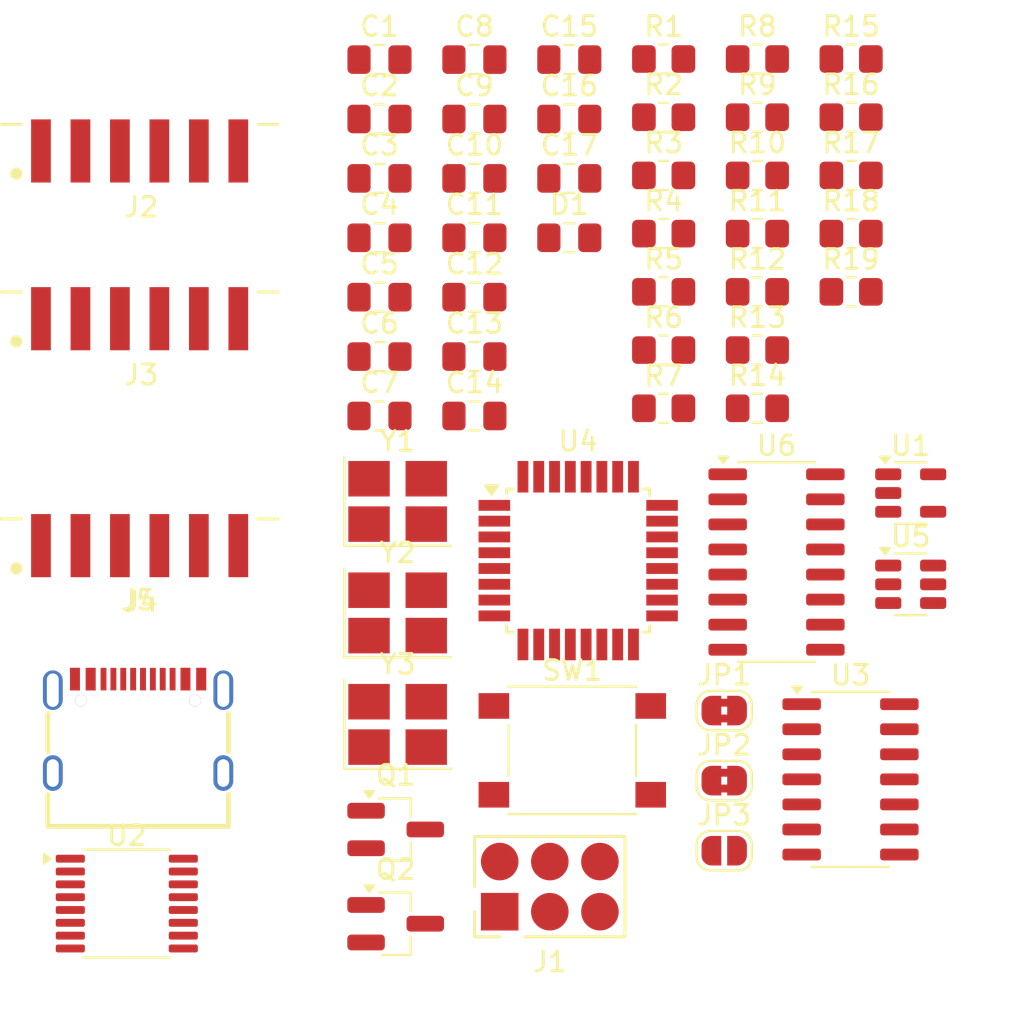
<source format=kicad_pcb>
(kicad_pcb (version 20240108) (generator "pcbnew") (generator_version "8.0")
  (layers (0 "F.Cu" signal) (31 "B.Cu" signal) (34 "B.Paste" user) (35 "F.Paste" user) (36 "B.SilkS" user "B.Silkscreen") (37 "F.SilkS" user "F.Silkscreen") (38 "B.Mask" user) (39 "F.Mask" user) (44 "Edge.Cuts" user))
  (net 0 "")
  (net 1 "+3V3")
  (net 2 "GND")
  (net 3 "+1V8")
  (net 4 "Net-(U4-XTAL1{slash}PB6)")
  (net 5 "Net-(U4-XTAL2{slash}PB7)")
  (net 6 "Net-(U6-XI)")
  (net 7 "Net-(U6-UD-)")
  (net 8 "Net-(U6-UD+)")
  (net 9 "Net-(U6-XO)")
  (net 10 "~{RST}")
  (net 11 "Net-(JP3-B)")
  (net 12 "Net-(D1-K)")
  (net 13 "/SCLK")
  (net 14 "/MOSI")
  (net 15 "/MISO")
  (net 17 "/~{PSX_PAL}")
  (net 18 "/PSX_CLK2")
  (net 19 "/PSX_CLK1")
  (net 20 "/A18")
  (net 21 "/SUBQ")
  (net 22 "/GATE")
  (net 23 "/D2")
  (net 24 "/DATA")
  (net 25 "/SQCK")
  (net 26 "/DTR")
  (net 27 "/RXD")
  (net 28 "/CTS")
  (net 29 "/DSR")
  (net 30 "/TXD")
  (net 31 "/RTS")
  (net 32 "Net-(J5-D+-PadA6)")
  (net 33 "Net-(J5-CC1)")
  (net 34 "Net-(J5-D--PadA7)")
  (net 35 "Net-(J5-CC2)")
  (net 36 "Net-(U5-VBUS)")
  (net 39 "ARX")
  (net 40 "ATX")
  (net 41 "Net-(JP3-A)")
  (net 42 "SDA")
  (net 43 "Net-(Q1-S)")
  (net 44 "SCL")
  (net 45 "Net-(Q2-S)")
  (net 46 "Net-(U4-PB2)")
  (net 47 "Net-(U2-SDA{slash}S1)")
  (net 48 "Net-(U2-SCL{slash}S2)")
  (net 49 "Net-(U2-S0)")
  (net 50 "Net-(U2-Y2)")
  (net 51 "Net-(U4-PB0)")
  (net 52 "Net-(U4-PD0)")
  (net 53 "Net-(U4-PB1)")
  (net 54 "Net-(U2-Y5)")
  (net 55 "Net-(R16-Pad1)")
  (net 56 "Net-(R17-Pad1)")
  (net 57 "Net-(U2-XIN{slash}CLK)")
  (net 62 "Net-(U2-XOUT)")
  (net 63 "Net-(U6-~{DSR})")
  (net 64 "Net-(U3-Pad10)")
  (net 65 "Net-(U6-~{DTR})")
  (net 66 "Net-(U6-~{RTS})")
  (net 67 "Net-(U6-~{CTS})")
  (footprint "Package_SO:SOIC-14_3.9x8.7mm_P1.27mm" (layer "F.Cu") (at 175.025 112.19)
    (property "Reference" "U3" (at 0 -5.28 0) (layer "F.SilkS"))
    (property "Value" "74HC04")
    (pad "1" smd roundrect (at -2.475 -3.81) (size 1.95 0.6) (layers "F.Cu" "F.Paste" "F.Mask") (net 31 "/RTS"))
    (pad "2" smd roundrect (at -2.475 -2.54) (size 1.95 0.6) (layers "F.Cu" "F.Paste" "F.Mask") (net 67 "Net-(U6-~{CTS})"))
    (pad "3" smd roundrect (at -2.475 -1.27) (size 1.95 0.6) (layers "F.Cu" "F.Paste" "F.Mask") (net 66 "Net-(U6-~{RTS})"))
    (pad "4" smd roundrect (at -2.475 0) (size 1.95 0.6) (layers "F.Cu" "F.Paste" "F.Mask") (net 28 "/CTS"))
    (pad "5" smd roundrect (at -2.475 1.27) (size 1.95 0.6) (layers "F.Cu" "F.Paste" "F.Mask") (net 26 "/DTR"))
    (pad "6" smd roundrect (at -2.475 2.54) (size 1.95 0.6) (layers "F.Cu" "F.Paste" "F.Mask") (net 63 "Net-(U6-~{DSR})"))
    (pad "7" smd roundrect (at -2.475 3.81) (size 1.95 0.6) (layers "F.Cu" "F.Paste" "F.Mask") (net 2 "GND"))
    (pad "8" smd roundrect (at 2.475 3.81) (size 1.95 0.6) (layers "F.Cu" "F.Paste" "F.Mask") (net 29 "/DSR"))
    (pad "9" smd roundrect (at 2.475 2.54) (size 1.95 0.6) (layers "F.Cu" "F.Paste" "F.Mask") (net 65 "Net-(U6-~{DTR})"))
    (pad "10" smd roundrect (at 2.475 1.27) (size 1.95 0.6) (layers "F.Cu" "F.Paste" "F.Mask") (net 64 "Net-(U3-Pad10)"))
    (pad "11" smd roundrect (at 2.475 0) (size 1.95 0.6) (layers "F.Cu" "F.Paste" "F.Mask") (net 65 "Net-(U6-~{DTR})"))
    (pad "12" smd roundrect (at 2.475 -1.27) (size 1.95 0.6) (layers "F.Cu" "F.Paste" "F.Mask") (net 41 "Net-(JP3-A)"))
    (pad "13" smd roundrect (at 2.475 -2.54) (size 1.95 0.6) (layers "F.Cu" "F.Paste" "F.Mask") (net 64 "Net-(U3-Pad10)"))
    (pad "14" smd roundrect (at 2.475 -3.81) (size 1.95 0.6) (layers "F.Cu" "F.Paste" "F.Mask") (net 1 "+3V3"))
  )
  (footprint "PSX_Mod:CONN-PH 1x06_P2.00mm_Horizontal" (layer "F.Cu") (at 134 87.245)
    (property "Reference" "J3" (at 5.08 4.445 0) (layer "F.SilkS"))
    (property "Value" "1x6P")
    (pad "1" connect rect (at 0 1.6) (size 1 3.2) (layers "F.Cu" "F.Mask") (net 24 "/DATA"))
    (pad "2" connect rect (at 2 1.6) (size 1 3.2) (layers "F.Cu" "F.Mask") (net 22 "/GATE"))
    (pad "3" connect rect (at 4 1.6) (size 1 3.2) (layers "F.Cu" "F.Mask") (net 25 "/SQCK"))
    (pad "4" connect rect (at 6 1.6) (size 1 3.2) (layers "F.Cu" "F.Mask") (net 21 "/SUBQ"))
    (pad "5" connect rect (at 8 1.6) (size 1 3.2) (layers "F.Cu" "F.Mask") (net 20 "/A18"))
    (pad "6" connect rect (at 10 1.6) (size 1 3.2) (layers "F.Cu" "F.Mask") (net 23 "/D2"))
  )
  (footprint "Crystal:Crystal_SMD_3225-4Pin_3.2x2.5mm_HandSoldering" (layer "F.Cu") (at 152.075 109.405)
    (property "Reference" "Y3" (at 0 -3.05 0) (layer "F.SilkS"))
    (property "Value" "12MHz")
    (pad "1" smd rect (at -1.45 1.15) (size 2.1 1.8) (layers "F.Cu" "F.Paste" "F.Mask") (net 6 "Net-(U6-XI)"))
    (pad "2" smd rect (at 1.45 1.15) (size 2.1 1.8) (layers "F.Cu" "F.Paste" "F.Mask") (net 2 "GND"))
    (pad "3" smd rect (at 1.45 -1.15) (size 2.1 1.8) (layers "F.Cu" "F.Paste" "F.Mask") (net 9 "Net-(U6-XO)"))
    (pad "4" smd rect (at -1.45 -1.15) (size 2.1 1.8) (layers "F.Cu" "F.Paste" "F.Mask") (net 2 "GND"))
  )
  (footprint "Button_Switch_SMD:SW_Push_1P1T_NO_6x6mm_H9.5mm" (layer "F.Cu") (at 160.925 110.72)
    (property "Reference" "SW1" (at 0 -4.05 0) (layer "F.SilkS"))
    (property "Value" "RESET")
    (pad "1" smd rect (at -3.975 -2.25) (size 1.55 1.3) (layers "F.Cu" "F.Paste" "F.Mask") (net 10 "~{RST}"))
    (pad "1" smd rect (at 3.975 -2.25) (size 1.55 1.3) (layers "F.Cu" "F.Paste" "F.Mask") (net 10 "~{RST}"))
    (pad "2" smd rect (at -3.975 2.25) (size 1.55 1.3) (layers "F.Cu" "F.Paste" "F.Mask") (net 2 "GND"))
    (pad "2" smd rect (at 3.975 2.25) (size 1.55 1.3) (layers "F.Cu" "F.Paste" "F.Mask") (net 2 "GND"))
  )
  (footprint "Capacitor_SMD:C_0805_2012Metric_Pad1.18x1.45mm_HandSolder" (layer "F.Cu") (at 151.155 75.715)
    (property "Reference" "C1" (at 0 -1.68 0) (layer "F.SilkS"))
    (property "Value" "100nF")
    (pad "1" smd roundrect (at -1.0375 0) (size 1.175 1.45) (layers "F.Cu" "F.Paste" "F.Mask") (roundrect_rratio 0.212766) (net 1 "+3V3"))
    (pad "2" smd roundrect (at 1.0375 0) (size 1.175 1.45) (layers "F.Cu" "F.Paste" "F.Mask") (roundrect_rratio 0.212766) (net 2 "GND"))
  )
  (footprint "Resistor_SMD:R_0805_2012Metric_Pad1.20x1.40mm_HandSolder" (layer "F.Cu") (at 165.555 93.385)
    (property "Reference" "R7" (at 0 -1.65 0) (layer "F.SilkS"))
    (property "Value" "100Ω")
    (pad "1" smd roundrect (at -1 0) (size 1.2 1.4) (layers "F.Cu" "F.Paste" "F.Mask") (roundrect_rratio 0.208333) (net 47 "Net-(U2-SDA{slash}S1)"))
    (pad "2" smd roundrect (at 1 0) (size 1.2 1.4) (layers "F.Cu" "F.Paste" "F.Mask") (roundrect_rratio 0.208333) (net 43 "Net-(Q1-S)"))
  )
  (footprint "Package_QFP:TQFP-32_7x7mm_P0.8mm" (layer "F.Cu") (at 161.225 101.105)
    (property "Reference" "U4" (at 0 -6.05 0) (layer "F.SilkS"))
    (property "Value" "ATmega328P-A")
    (pad "1" smd rect (at -4.25 -2.8) (size 1.6 0.55) (layers "F.Cu" "F.Paste" "F.Mask"))
    (pad "2" smd rect (at -4.25 -2) (size 1.6 0.55) (layers "F.Cu" "F.Paste" "F.Mask") (net 20 "/A18"))
    (pad "3" smd rect (at -4.25 -1.2) (size 1.6 0.55) (layers "F.Cu" "F.Paste" "F.Mask") (net 2 "GND"))
    (pad "4" smd rect (at -4.25 -0.4) (size 1.6 0.55) (layers "F.Cu" "F.Paste" "F.Mask") (net 1 "+3V3"))
    (pad "5" smd rect (at -4.25 0.4) (size 1.6 0.55) (layers "F.Cu" "F.Paste" "F.Mask") (net 2 "GND"))
    (pad "6" smd rect (at -4.25 1.2) (size 1.6 0.55) (layers "F.Cu" "F.Paste" "F.Mask") (net 1 "+3V3"))
    (pad "7" smd rect (at -4.25 2) (size 1.6 0.55) (layers "F.Cu" "F.Paste" "F.Mask") (net 4 "Net-(U4-XTAL1{slash}PB6)"))
    (pad "8" smd rect (at -4.25 2.8) (size 1.6 0.55) (layers "F.Cu" "F.Paste" "F.Mask") (net 5 "Net-(U4-XTAL2{slash}PB7)"))
    (pad "9" smd rect (at -2.8 4.25 90) (size 1.6 0.55) (layers "F.Cu" "F.Paste" "F.Mask") (net 23 "/D2"))
    (pad "10" smd rect (at -2 4.25 90) (size 1.6 0.55) (layers "F.Cu" "F.Paste" "F.Mask") (net 25 "/SQCK"))
    (pad "11" smd rect (at -1.2 4.25 90) (size 1.6 0.55) (layers "F.Cu" "F.Paste" "F.Mask") (net 21 "/SUBQ"))
    (pad "12" smd rect (at -0.4 4.25 90) (size 1.6 0.55) (layers "F.Cu" "F.Paste" "F.Mask") (net 51 "Net-(U4-PB0)"))
    (pad "13" smd rect (at 0.4 4.25 90) (size 1.6 0.55) (layers "F.Cu" "F.Paste" "F.Mask") (net 53 "Net-(U4-PB1)"))
    (pad "14" smd rect (at 1.2 4.25 90) (size 1.6 0.55) (layers "F.Cu" "F.Paste" "F.Mask") (net 46 "Net-(U4-PB2)"))
    (pad "15" smd rect (at 2 4.25 90) (size 1.6 0.55) (layers "F.Cu" "F.Paste" "F.Mask") (net 14 "/MOSI"))
    (pad "16" smd rect (at 2.8 4.25 90) (size 1.6 0.55) (layers "F.Cu" "F.Paste" "F.Mask") (net 15 "/MISO"))
    (pad "17" smd rect (at 4.25 2.8) (size 1.6 0.55) (layers "F.Cu" "F.Paste" "F.Mask") (net 13 "/SCLK"))
    (pad "18" smd rect (at 4.25 2) (size 1.6 0.55) (layers "F.Cu" "F.Paste" "F.Mask") (net 1 "+3V3"))
    (pad "19" smd rect (at 4.25 1.2) (size 1.6 0.55) (layers "F.Cu" "F.Paste" "F.Mask"))
    (pad "20" smd rect (at 4.25 0.4) (size 1.6 0.55) (layers "F.Cu" "F.Paste" "F.Mask") (net 1 "+3V3"))
    (pad "21" smd rect (at 4.25 -0.4) (size 1.6 0.55) (layers "F.Cu" "F.Paste" "F.Mask") (net 2 "GND"))
    (pad "22" smd rect (at 4.25 -1.2) (size 1.6 0.55) (layers "F.Cu" "F.Paste" "F.Mask"))
    (pad "23" smd rect (at 4.25 -2) (size 1.6 0.55) (layers "F.Cu" "F.Paste" "F.Mask"))
    (pad "24" smd rect (at 4.25 -2.8) (size 1.6 0.55) (layers "F.Cu" "F.Paste" "F.Mask"))
    (pad "25" smd rect (at 2.8 -4.25 90) (size 1.6 0.55) (layers "F.Cu" "F.Paste" "F.Mask"))
    (pad "26" smd rect (at 2 -4.25 90) (size 1.6 0.55) (layers "F.Cu" "F.Paste" "F.Mask"))
    (pad "27" smd rect (at 1.2 -4.25 90) (size 1.6 0.55) (layers "F.Cu" "F.Paste" "F.Mask") (net 42 "SDA"))
    (pad "28" smd rect (at 0.4 -4.25 90) (size 1.6 0.55) (layers "F.Cu" "F.Paste" "F.Mask") (net 44 "SCL"))
    (pad "29" smd rect (at -0.4 -4.25 90) (size 1.6 0.55) (layers "F.Cu" "F.Paste" "F.Mask") (net 10 "~{RST}"))
    (pad "30" smd rect (at -1.2 -4.25 90) (size 1.6 0.55) (layers "F.Cu" "F.Paste" "F.Mask") (net 52 "Net-(U4-PD0)"))
    (pad "31" smd rect (at -2 -4.25 90) (size 1.6 0.55) (layers "F.Cu" "F.Paste" "F.Mask") (net 40 "ATX"))
    (pad "32" smd rect (at -2.8 -4.25 90) (size 1.6 0.55) (layers "F.Cu" "F.Paste" "F.Mask"))
  )
  (footprint "Resistor_SMD:R_0805_2012Metric_Pad1.20x1.40mm_HandSolder" (layer "F.Cu") (at 165.555 84.535)
    (property "Reference" "R4" (at 0 -1.65 0) (layer "F.SilkS"))
    (property "Value" "10kΩ")
    (pad "1" smd roundrect (at -1 0) (size 1.2 1.4) (layers "F.Cu" "F.Paste" "F.Mask") (roundrect_rratio 0.208333) (net 3 "+1V8"))
    (pad "2" smd roundrect (at 1 0) (size 1.2 1.4) (layers "F.Cu" "F.Paste" "F.Mask") (roundrect_rratio 0.208333) (net 45 "Net-(Q2-S)"))
  )
  (footprint "Capacitor_SMD:C_0805_2012Metric_Pad1.18x1.45mm_HandSolder" (layer "F.Cu") (at 155.965 84.745)
    (property "Reference" "C11" (at 0 -1.68 0) (layer "F.SilkS"))
    (property "Value" "100nF")
    (pad "1" smd roundrect (at -1.0375 0) (size 1.175 1.45) (layers "F.Cu" "F.Paste" "F.Mask") (roundrect_rratio 0.212766) (net 1 "+3V3"))
    (pad "2" smd roundrect (at 1.0375 0) (size 1.175 1.45) (layers "F.Cu" "F.Paste" "F.Mask") (roundrect_rratio 0.212766) (net 2 "GND"))
  )
  (footprint "Package_TO_SOT_SMD:SOT-23_Handsoldering" (layer "F.Cu") (at 151.975 114.73)
    (property "Reference" "Q1" (at 0 -2.75 0) (layer "F.SilkS"))
    (property "Value" "SI2302")
    (pad "1" smd roundrect (at -1.5 -0.95) (size 1.9 0.8) (layers "F.Cu" "F.Paste" "F.Mask") (net 1 "+3V3"))
    (pad "2" smd roundrect (at -1.5 0.95) (size 1.9 0.8) (layers "F.Cu" "F.Paste" "F.Mask") (net 43 "Net-(Q1-S)"))
    (pad "3" smd roundrect (at 1.5 0) (size 1.9 0.8) (layers "F.Cu" "F.Paste" "F.Mask") (net 42 "SDA"))
  )
  (footprint "Resistor_SMD:R_0805_2012Metric_Pad1.20x1.40mm_HandSolder" (layer "F.Cu") (at 175.055 78.635)
    (property "Reference" "R16" (at 0 -1.65 0) (layer "F.SilkS"))
    (property "Value" "10Ω")
    (pad "1" smd roundrect (at -1 0) (size 1.2 1.4) (layers "F.Cu" "F.Paste" "F.Mask") (roundrect_rratio 0.208333) (net 55 "Net-(R16-Pad1)"))
    (pad "2" smd roundrect (at 1 0) (size 1.2 1.4) (layers "F.Cu" "F.Paste" "F.Mask") (roundrect_rratio 0.208333) (net 8 "Net-(U6-UD+)"))
  )
  (footprint "Package_SO:SOIC-16_3.9x9.9mm_P1.27mm" (layer "F.Cu") (at 171.275 101.175)
    (property "Reference" "U6" (at 0 -5.9 0) (layer "F.SilkS"))
    (property "Value" "CH340G")
    (pad "1" smd roundrect (at -2.475 -4.445) (size 1.95 0.6) (layers "F.Cu" "F.Paste" "F.Mask") (net 2 "GND"))
    (pad "2" smd roundrect (at -2.475 -3.175) (size 1.95 0.6) (layers "F.Cu" "F.Paste" "F.Mask") (net 27 "/RXD"))
    (pad "3" smd roundrect (at -2.475 -1.905) (size 1.95 0.6) (layers "F.Cu" "F.Paste" "F.Mask") (net 30 "/TXD"))
    (pad "4" smd roundrect (at -2.475 -0.635) (size 1.95 0.6) (layers "F.Cu" "F.Paste" "F.Mask") (net 1 "+3V3"))
    (pad "5" smd roundrect (at -2.475 0.635) (size 1.95 0.6) (layers "F.Cu" "F.Paste" "F.Mask") (net 8 "Net-(U6-UD+)"))
    (pad "6" smd roundrect (at -2.475 1.905) (size 1.95 0.6) (layers "F.Cu" "F.Paste" "F.Mask") (net 7 "Net-(U6-UD-)"))
    (pad "7" smd roundrect (at -2.475 3.175) (size 1.95 0.6) (layers "F.Cu" "F.Paste" "F.Mask") (net 6 "Net-(U6-XI)"))
    (pad "8" smd roundrect (at -2.475 4.445) (size 1.95 0.6) (layers "F.Cu" "F.Paste" "F.Mask") (net 9 "Net-(U6-XO)"))
    (pad "9" smd roundrect (at 2.475 4.445) (size 1.95 0.6) (layers "F.Cu" "F.Paste" "F.Mask") (net 67 "Net-(U6-~{CTS})"))
    (pad "10" smd roundrect (at 2.475 3.175) (size 1.95 0.6) (layers "F.Cu" "F.Paste" "F.Mask") (net 63 "Net-(U6-~{DSR})"))
    (pad "11" smd roundrect (at 2.475 1.905) (size 1.95 0.6) (layers "F.Cu" "F.Paste" "F.Mask"))
    (pad "12" smd roundrect (at 2.475 0.635) (size 1.95 0.6) (layers "F.Cu" "F.Paste" "F.Mask"))
    (pad "13" smd roundrect (at 2.475 -0.635) (size 1.95 0.6) (layers "F.Cu" "F.Paste" "F.Mask") (net 65 "Net-(U6-~{DTR})"))
    (pad "14" smd roundrect (at 2.475 -1.905) (size 1.95 0.6) (layers "F.Cu" "F.Paste" "F.Mask") (net 66 "Net-(U6-~{RTS})"))
    (pad "15" smd roundrect (at 2.475 -3.175) (size 1.95 0.6) (layers "F.Cu" "F.Paste" "F.Mask"))
    (pad "16" smd roundrect (at 2.475 -4.445) (size 1.95 0.6) (layers "F.Cu" "F.Paste" "F.Mask") (net 1 "+3V3"))
  )
  (footprint "Package_TO_SOT_SMD:SOT-23-5" (layer "F.Cu") (at 178.075 97.68)
    (property "Reference" "U1" (at 0 -2.4 0) (layer "F.SilkS"))
    (property "Value" "TPS78318DDCT")
    (pad "1" smd roundrect (at -1.1375 -0.95) (size 1.325 0.6) (layers "F.Cu" "F.Paste" "F.Mask") (net 1 "+3V3"))
    (pad "2" smd roundrect (at -1.1375 0) (size 1.325 0.6) (layers "F.Cu" "F.Paste" "F.Mask") (net 2 "GND"))
    (pad "3" smd roundrect (at -1.1375 0.95) (size 1.325 0.6) (layers "F.Cu" "F.Paste" "F.Mask") (net 1 "+3V3"))
    (pad "4" smd roundrect (at 1.1375 0.95) (size 1.325 0.6) (layers "F.Cu" "F.Paste" "F.Mask") (net 2 "GND"))
    (pad "5" smd roundrect (at 1.1375 -0.95) (size 1.325 0.6) (layers "F.Cu" "F.Paste" "F.Mask") (net 3 "+1V8"))
  )
  (footprint "Resistor_SMD:R_0805_2012Metric_Pad1.20x1.40mm_HandSolder" (layer "F.Cu") (at 170.305 78.635)
    (property "Reference" "R9" (at 0 -1.65 0) (layer "F.SilkS"))
    (property "Value" "10kΩ")
    (pad "1" smd roundrect (at -1 0) (size 1.2 1.4) (layers "F.Cu" "F.Paste" "F.Mask") (roundrect_rratio 0.208333) (net 49 "Net-(U2-S0)"))
    (pad "2" smd roundrect (at 1 0) (size 1.2 1.4) (layers "F.Cu" "F.Paste" "F.Mask") (roundrect_rratio 0.208333) (net 17 "/~{PSX_PAL}"))
  )
  (footprint "Package_SO:TSSOP-16_4.4x5mm_P0.65mm" (layer "F.Cu") (at 138.35 118.485)
    (property "Reference" "U2" (at 0 -3.45 0) (layer "F.SilkS"))
    (property "Value" "CDCE925PWR")
    (pad "1" smd roundrect (at -2.8625 -2.275) (size 1.475 0.4) (layers "F.Cu" "F.Paste" "F.Mask") (net 57 "Net-(U2-XIN{slash}CLK)"))
    (pad "2" smd roundrect (at -2.8625 -1.625) (size 1.475 0.4) (layers "F.Cu" "F.Paste" "F.Mask") (net 49 "Net-(U2-S0)"))
    (pad "3" smd roundrect (at -2.8625 -0.975) (size 1.475 0.4) (layers "F.Cu" "F.Paste" "F.Mask") (net 3 "+1V8"))
    (pad "4" smd roundrect (at -2.8625 -0.325) (size 1.475 0.4) (layers "F.Cu" "F.Paste" "F.Mask"))
    (pad "5" smd roundrect (at -2.8625 0.325) (size 1.475 0.4) (layers "F.Cu" "F.Paste" "F.Mask") (net 2 "GND"))
    (pad "6" smd roundrect (at -2.8625 0.975) (size 1.475 0.4) (layers "F.Cu" "F.Paste" "F.Mask") (net 1 "+3V3"))
    (pad "7" smd roundrect (at -2.8625 1.625) (size 1.475 0.4) (layers "F.Cu" "F.Paste" "F.Mask"))
    (pad "8" smd roundrect (at -2.8625 2.275) (size 1.475 0.4) (layers "F.Cu" "F.Paste" "F.Mask") (net 54 "Net-(U2-Y5)"))
    (pad "9" smd roundrect (at 2.8625 2.275) (size 1.475 0.4) (layers "F.Cu" "F.Paste" "F.Mask") (net 1 "+3V3"))
    (pad "10" smd roundrect (at 2.8625 1.625) (size 1.475 0.4) (layers "F.Cu" "F.Paste" "F.Mask"))
    (pad "11" smd roundrect (at 2.8625 0.975) (size 1.475 0.4) (layers "F.Cu" "F.Paste" "F.Mask") (net 50 "Net-(U2-Y2)"))
    (pad "12" smd roundrect (at 2.8625 0.325) (size 1.475 0.4) (layers "F.Cu" "F.Paste" "F.Mask") (net 2 "GND"))
    (pad "13" smd roundrect (at 2.8625 -0.325) (size 1.475 0.4) (layers "F.Cu" "F.Paste" "F.Mask"))
    (pad "14" smd roundrect (at 2.8625 -0.975) (size 1.475 0.4) (layers "F.Cu" "F.Paste" "F.Mask") (net 48 "Net-(U2-SCL{slash}S2)"))
    (pad "15" smd roundrect (at 2.8625 -1.625) (size 1.475 0.4) (layers "F.Cu" "F.Paste" "F.Mask") (net 47 "Net-(U2-SDA{slash}S1)"))
    (pad "16" smd roundrect (at 2.8625 -2.275) (size 1.475 0.4) (layers "F.Cu" "F.Paste" "F.Mask") (net 62 "Net-(U2-XOUT)"))
  )
  (footprint "Resistor_SMD:R_0805_2012Metric_Pad1.20x1.40mm_HandSolder" (layer "F.Cu") (at 165.555 78.635)
    (property "Reference" "R2" (at 0 -1.65 0) (layer "F.SilkS"))
    (property "Value" "10kΩ")
    (pad "1" smd roundrect (at -1 0) (size 1.2 1.4) (layers "F.Cu" "F.Paste" "F.Mask") (roundrect_rratio 0.208333) (net 1 "+3V3"))
    (pad "2" smd roundrect (at 1 0) (size 1.2 1.4) (layers "F.Cu" "F.Paste" "F.Mask") (roundrect_rratio 0.208333) (net 10 "~{RST}"))
  )
  (footprint "PSX_Mod:CONN-SMD_HX-TYPE-C-16PIN" (layer "F.Cu") (at 138.92 109.49)
    (property "Reference" "J5" (at 0 -6.38 0) (layer "F.SilkS"))
    (property "Value" "USB 2.0 Type-C")
    (pad "" thru_hole circle (at -2.89 -1.3) (size 0.6 0.6) (drill 0.6) (layers "*.Cu" "*.Mask"))
    (pad "" thru_hole circle (at 2.89 -1.3) (size 0.6 0.6) (drill 0.6) (layers "*.Cu" "*.Mask"))
    (pad "A1" smd rect (at -3.2 -2.38) (size 0.5 1.14) (layers "F.Cu" "F.Paste" "F.Mask") (net 2 "GND"))
    (pad "A4" smd rect (at -2.4 -2.38) (size 0.5 1.14) (layers "F.Cu" "F.Paste" "F.Mask") (net 36 "Net-(U5-VBUS)"))
    (pad "A5" smd rect (at -1.25 -2.38) (size 0.3 1.14) (layers "F.Cu" "F.Paste" "F.Mask") (net 33 "Net-(J5-CC1)"))
    (pad "A6" smd rect (at -0.25 -2.38) (size 0.3 1.14) (layers "F.Cu" "F.Paste" "F.Mask") (net 32 "Net-(J5-D+-PadA6)"))
    (pad "A7" smd rect (at 0.25 -2.38) (size 0.3 1.14) (layers "F.Cu" "F.Paste" "F.Mask") (net 34 "Net-(J5-D--PadA7)"))
    (pad "A8" smd rect (at 1.25 -2.38) (size 0.3 1.14) (layers "F.Cu" "F.Paste" "F.Mask"))
    (pad "A9" smd rect (at 2.4 -2.38) (size 0.5 1.14) (layers "F.Cu" "F.Paste" "F.Mask") (net 36 "Net-(U5-VBUS)"))
    (pad "A12" smd rect (at 3.2 -2.38) (size 0.5 1.14) (layers "F.Cu" "F.Paste" "F.Mask") (net 2 "GND"))
    (pad "B1" smd rect (at 3.2 -2.38) (size 0.5 1.14) (layers "F.Cu" "F.Paste" "F.Mask") (net 2 "GND"))
    (pad "B4" smd rect (at 2.4 -2.38) (size 0.5 1.14) (layers "F.Cu" "F.Paste" "F.Mask") (net 36 "Net-(U5-VBUS)"))
    (pad "B5" smd rect (at 1.75 -2.38) (size 0.3 1.14) (layers "F.Cu" "F.Paste" "F.Mask") (net 35 "Net-(J5-CC2)"))
    (pad "B6" smd rect (at 0.75 -2.38) (size 0.3 1.14) (layers "F.Cu" "F.Paste" "F.Mask") (net 32 "Net-(J5-D+-PadA6)"))
    (pad "B7" smd rect (at -0.75 -2.38) (size 0.3 1.14) (layers "F.Cu" "F.Paste" "F.Mask") (net 34 "Net-(J5-D--PadA7)"))
    (pad "B8" smd rect (at -1.75 -2.38) (size 0.3 1.14) (layers "F.Cu" "F.Paste" "F.Mask"))
    (pad "B9" smd rect (at -2.4 -2.38) (size 0.5 1.14) (layers "F.Cu" "F.Paste" "F.Mask") (net 36 "Net-(U5-VBUS)"))
    (pad "B12" smd rect (at -3.2 -2.38) (size 0.5 1.14) (layers "F.Cu" "F.Paste" "F.Mask") (net 2 "GND"))
    (pad "S1" thru_hole oval (at -4.32 -1.82) (size 1 2) (drill oval 0.599999 1.699997) (layers "*.Cu" "*.Paste" "*.Mask") (net 2 "GND"))
    (pad "S1" thru_hole oval (at -4.32 2.38) (size 1 1.8) (drill oval 0.599999 1.399997) (layers "*.Cu" "*.Paste" "*.Mask") (net 2 "GND"))
    (pad "S1" thru_hole oval (at 4.32 -1.82) (size 1 2) (drill oval 0.599999 1.699997) (layers "*.Cu" "*.Paste" "*.Mask") (net 2 "GND"))
    (pad "S1" thru_hole oval (at 4.32 2.38) (size 1 1.8) (drill oval 0.599999 1.399997) (layers "*.Cu" "*.Paste" "*.Mask") (net 2 "GND"))
  )
  (footprint "Capacitor_SMD:C_0805_2012Metric_Pad1.18x1.45mm_HandSolder" (layer "F.Cu") (at 151.155 90.765)
    (property "Reference" "C6" (at 0 -1.68 0) (layer "F.SilkS"))
    (property "Value" "C")
    (pad "1" smd roundrect (at -1.0375 0) (size 1.175 1.45) (layers "F.Cu" "F.Paste" "F.Mask") (roundrect_rratio 0.212766) (net 2 "GND"))
    (pad "2" smd roundrect (at 1.0375 0) (size 1.175 1.45) (layers "F.Cu" "F.Paste" "F.Mask") (roundrect_rratio 0.212766) (net 4 "Net-(U4-XTAL1{slash}PB6)"))
  )
  (footprint "Crystal:Crystal_SMD_3225-4Pin_3.2x2.5mm_HandSoldering" (layer "F.Cu") (at 152.075 98.105)
    (property "Reference" "Y1" (at 0 -3.05 0) (layer "F.SilkS"))
    (property "Value" "16MHz")
    (pad "1" smd rect (at -1.45 1.15) (size 2.1 1.8) (layers "F.Cu" "F.Paste" "F.Mask") (net 4 "Net-(U4-XTAL1{slash}PB6)"))
    (pad "2" smd rect (at 1.45 1.15) (size 2.1 1.8) (layers "F.Cu" "F.Paste" "F.Mask") (net 2 "GND"))
    (pad "3" smd rect (at 1.45 -1.15) (size 2.1 1.8) (layers "F.Cu" "F.Paste" "F.Mask") (net 5 "Net-(U4-XTAL2{slash}PB7)"))
    (pad "4" smd rect (at -1.45 -1.15) (size 2.1 1.8) (layers "F.Cu" "F.Paste" "F.Mask") (net 2 "GND"))
  )
  (footprint "Resistor_SMD:R_0805_2012Metric_Pad1.20x1.40mm_HandSolder" (layer "F.Cu") (at 175.055 81.585)
    (property "Reference" "R17" (at 0 -1.65 0) (layer "F.SilkS"))
    (property "Value" "10Ω")
    (pad "1" smd roundrect (at -1 0) (size 1.2 1.4) (layers "F.Cu" "F.Paste" "F.Mask") (roundrect_rratio 0.208333) (net 56 "Net-(R17-Pad1)"))
    (pad "2" smd roundrect (at 1 0) (size 1.2 1.4) (layers "F.Cu" "F.Paste" "F.Mask") (roundrect_rratio 0.208333) (net 7 "Net-(U6-UD-)"))
  )
  (footprint "Resistor_SMD:R_0805_2012Metric_Pad1.20x1.40mm_HandSolder" (layer "F.Cu") (at 165.555 87.485)
    (property "Reference" "R5" (at 0 -1.65 0) (layer "F.SilkS"))
    (property "Value" "10kΩ")
    (pad "1" smd roundrect (at -1 0) (size 1.2 1.4) (layers "F.Cu" "F.Paste" "F.Mask") (roundrect_rratio 0.208333) (net 1 "+3V3"))
    (pad "2" smd roundrect (at 1 0) (size 1.2 1.4) (layers "F.Cu" "F.Paste" "F.Mask") (roundrect_rratio 0.208333) (net 42 "SDA"))
  )
  (footprint "Resistor_SMD:R_0805_2012Metric_Pad1.20x1.40mm_HandSolder" (layer "F.Cu") (at 170.305 87.485)
    (property "Reference" "R12" (at 0 -1.65 0) (layer "F.SilkS"))
    (property "Value" "1kΩ")
    (pad "1" smd roundrect (at -1 0) (size 1.2 1.4) (layers "F.Cu" "F.Paste" "F.Mask") (roundrect_rratio 0.208333) (net 51 "Net-(U4-PB0)"))
    (pad "2" smd roundrect (at 1 0) (size 1.2 1.4) (layers "F.Cu" "F.Paste" "F.Mask") (roundrect_rratio 0.208333) (net 24 "/DATA"))
  )
  (footprint "Capacitor_SMD:C_0805_2012Metric_Pad1.18x1.45mm_HandSolder" (layer "F.Cu") (at 155.965 75.715)
    (property "Reference" "C8" (at 0 -1.68 0) (layer "F.SilkS"))
    (property "Value" "100nF")
    (pad "1" smd roundrect (at -1.0375 0) (size 1.175 1.45) (layers "F.Cu" "F.Paste" "F.Mask") (roundrect_rratio 0.212766) (net 1 "+3V3"))
    (pad "2" smd roundrect (at 1.0375 0) (size 1.175 1.45) (layers "F.Cu" "F.Paste" "F.Mask") (roundrect_rratio 0.212766) (net 2 "GND"))
  )
  (footprint "Capacitor_SMD:C_0805_2012Metric_Pad1.18x1.45mm_HandSolder" (layer "F.Cu") (at 155.965 87.755)
    (property "Reference" "C12" (at 0 -1.68 0) (layer "F.SilkS"))
    (property "Value" "100nF")
    (pad "1" smd roundrect (at -1.0375 0) (size 1.175 1.45) (layers "F.Cu" "F.Paste" "F.Mask") (roundrect_rratio 0.212766) (net 1 "+3V3"))
    (pad "2" smd roundrect (at 1.0375 0) (size 1.175 1.45) (layers "F.Cu" "F.Paste" "F.Mask") (roundrect_rratio 0.212766) (net 2 "GND"))
  )
  (footprint "Resistor_SMD:R_0805_2012Metric_Pad1.20x1.40mm_HandSolder" (layer "F.Cu") (at 165.555 75.685)
    (property "Reference" "R1" (at 0 -1.65 0) (layer "F.SilkS"))
    (property "Value" "1kΩ")
    (pad "1" smd roundrect (at -1 0) (size 1.2 1.4) (layers "F.Cu" "F.Paste" "F.Mask") (roundrect_rratio 0.208333) (net 12 "Net-(D1-K)"))
    (pad "2" smd roundrect (at 1 0) (size 1.2 1.4) (layers "F.Cu" "F.Paste" "F.Mask") (roundrect_rratio 0.208333) (net 46 "Net-(U4-PB2)"))
  )
  (footprint "Resistor_SMD:R_0805_2012Metric_Pad1.20x1.40mm_HandSolder" (layer "F.Cu") (at 170.305 84.535)
    (property "Reference" "R11" (at 0 -1.65 0) (layer "F.SilkS"))
    (property "Value" "10kΩ")
    (pad "1" smd roundrect (at -1 0) (size 1.2 1.4) (layers "F.Cu" "F.Paste" "F.Mask") (roundrect_rratio 0.208333) (net 49 "Net-(U2-S0)"))
    (pad "2" smd roundrect (at 1 0) (size 1.2 1.4) (layers "F.Cu" "F.Paste" "F.Mask") (roundrect_rratio 0.208333) (net 2 "GND"))
  )
  (footprint "Resistor_SMD:R_0805_2012Metric_Pad1.20x1.40mm_HandSolder" (layer "F.Cu") (at 175.055 84.535)
    (property "Reference" "R18" (at 0 -1.65 0) (layer "F.SilkS"))
    (property "Value" "5.1kΩ")
    (pad "1" smd roundrect (at -1 0) (size 1.2 1.4) (layers "F.Cu" "F.Paste" "F.Mask") (roundrect_rratio 0.208333) (net 35 "Net-(J5-CC2)"))
    (pad "2" smd roundrect (at 1 0) (size 1.2 1.4) (layers "F.Cu" "F.Paste" "F.Mask") (roundrect_rratio 0.208333) (net 2 "GND"))
  )
  (footprint "Capacitor_SMD:C_0805_2012Metric_Pad1.18x1.45mm_HandSolder" (layer "F.Cu") (at 151.155 87.755)
    (property "Reference" "C5" (at 0 -1.68 0) (layer "F.SilkS"))
    (property "Value" "1µF")
    (pad "1" smd roundrect (at -1.0375 0) (size 1.175 1.45) (layers "F.Cu" "F.Paste" "F.Mask") (roundrect_rratio 0.212766) (net 3 "+1V8"))
    (pad "2" smd roundrect (at 1.0375 0) (size 1.175 1.45) (layers "F.Cu" "F.Paste" "F.Mask") (roundrect_rratio 0.212766) (net 2 "GND"))
  )
  (footprint "Resistor_SMD:R_0805_2012Metric_Pad1.20x1.40mm_HandSolder" (layer "F.Cu") (at 175.055 75.685)
    (property "Reference" "R15" (at 0 -1.65 0) (layer "F.SilkS"))
    (property "Value" "18Ω")
    (pad "1" smd roundrect (at -1 0) (size 1.2 1.4) (layers "F.Cu" "F.Paste" "F.Mask") (roundrect_rratio 0.208333) (net 54 "Net-(U2-Y5)"))
    (pad "2" smd roundrect (at 1 0) (size 1.2 1.4) (layers "F.Cu" "F.Paste" "F.Mask") (roundrect_rratio 0.208333) (net 18 "/PSX_CLK2"))
  )
  (footprint "PSX_Mod:CONN-PH 1x06_P2.00mm_Horizontal" (layer "F.Cu") (at 134 78.745)
    (property "Reference" "J2" (at 5.08 4.445 0) (layer "F.SilkS"))
    (property "Value" "1x6P")
    (pad "1" connect rect (at 0 1.6) (size 1 3.2) (layers "F.Cu" "F.Mask") (net 1 "+3V3"))
    (pad "2" connect rect (at 2 1.6) (size 1 3.2) (layers "F.Cu" "F.Mask") (net 2 "GND"))
    (pad "3" connect rect (at 4 1.6) (size 1 3.2) (layers "F.Cu" "F.Mask"))
    (pad "4" connect rect (at 6 1.6) (size 1 3.2) (layers "F.Cu" "F.Mask") (net 17 "/~{PSX_PAL}"))
    (pad "5" connect rect (at 8 1.6) (size 1 3.2) (layers "F.Cu" "F.Mask") (net 19 "/PSX_CLK1"))
    (pad "6" connect rect (at 10 1.6) (size 1 3.2) (layers "F.Cu" "F.Mask") (net 18 "/PSX_CLK2"))
  )
  (footprint "Resistor_SMD:R_0805_2012Metric_Pad1.20x1.40mm_HandSolder" (layer "F.Cu") (at 170.305 75.685)
    (property "Reference" "R8" (at 0 -1.65 0) (layer "F.SilkS"))
    (property "Value" "100Ω")
    (pad "1" smd roundrect (at -1 0) (size 1.2 1.4) (layers "F.Cu" "F.Paste" "F.Mask") (roundrect_rratio 0.208333) (net 48 "Net-(U2-SCL{slash}S2)"))
    (pad "2" smd roundrect (at 1 0) (size 1.2 1.4) (layers "F.Cu" "F.Paste" "F.Mask") (roundrect_rratio 0.208333) (net 45 "Net-(Q2-S)"))
  )
  (footprint "Capacitor_SMD:C_0805_2012Metric_Pad1.18x1.45mm_HandSolder" (layer "F.Cu") (at 155.965 90.765)
    (property "Reference" "C13" (at 0 -1.68 0) (layer "F.SilkS"))
    (property "Value" "C")
    (pad "1" smd roundrect (at -1.0375 0) (size 1.175 1.45) (layers "F.Cu" "F.Paste" "F.Mask") (roundrect_rratio 0.212766) (net 2 "GND"))
    (pad "2" smd roundrect (at 1.0375 0) (size 1.175 1.45) (layers "F.Cu" "F.Paste" "F.Mask") (roundrect_rratio 0.212766) (net 6 "Net-(U6-XI)"))
  )
  (footprint "Capacitor_SMD:C_0805_2012Metric_Pad1.18x1.45mm_HandSolder" (layer "F.Cu") (at 151.155 84.745)
    (property "Reference" "C4" (at 0 -1.68 0) (layer "F.SilkS"))
    (property "Value" "100nF")
    (pad "1" smd roundrect (at -1.0375 0) (size 1.175 1.45) (layers "F.Cu" "F.Paste" "F.Mask") (roundrect_rratio 0.212766) (net 3 "+1V8"))
    (pad "2" smd roundrect (at 1.0375 0) (size 1.175 1.45) (layers "F.Cu" "F.Paste" "F.Mask") (roundrect_rratio 0.212766) (net 2 "GND"))
  )
  (footprint "Resistor_SMD:R_0805_2012Metric_Pad1.20x1.40mm_HandSolder" (layer "F.Cu") (at 175.055 87.485)
    (property "Reference" "R19" (at 0 -1.65 0) (layer "F.SilkS"))
    (property "Value" "5.1kΩ")
    (pad "1" smd roundrect (at -1 0) (size 1.2 1.4) (layers "F.Cu" "F.Paste" "F.Mask") (roundrect_rratio 0.208333) (net 33 "Net-(J5-CC1)"))
    (pad "2" smd roundrect (at 1 0) (size 1.2 1.4) (layers "F.Cu" "F.Paste" "F.Mask") (roundrect_rratio 0.208333) (net 2 "GND"))
  )
  (footprint "Package_TO_SOT_SMD:SOT-23_Handsoldering" (layer "F.Cu") (at 151.975 119.505)
    (property "Reference" "Q2" (at 0 -2.75 0) (layer "F.SilkS"))
    (property "Value" "SI2302")
    (pad "1" smd roundrect (at -1.5 -0.95) (size 1.9 0.8) (layers "F.Cu" "F.Paste" "F.Mask") (net 1 "+3V3"))
    (pad "2" smd roundrect (at -1.5 0.95) (size 1.9 0.8) (layers "F.Cu" "F.Paste" "F.Mask") (net 45 "Net-(Q2-S)"))
    (pad "3" smd roundrect (at 1.5 0) (size 1.9 0.8) (layers "F.Cu" "F.Paste" "F.Mask") (net 44 "SCL"))
  )
  (footprint "Capacitor_SMD:C_0805_2012Metric_Pad1.18x1.45mm_HandSolder" (layer "F.Cu") (at 151.155 93.775)
    (property "Reference" "C7" (at 0 -1.68 0) (layer "F.SilkS"))
    (property "Value" "1µF")
    (pad "1" smd roundrect (at -1.0375 0) (size 1.175 1.45) (layers "F.Cu" "F.Paste" "F.Mask") (roundrect_rratio 0.212766) (net 1 "+3V3"))
    (pad "2" smd roundrect (at 1.0375 0) (size 1.175 1.45) (layers "F.Cu" "F.Paste" "F.Mask") (roundrect_rratio 0.212766) (net 2 "GND"))
  )
  (footprint "Jumper:SolderJumper-2_P1.3mm_Bridged2Bar_RoundedPad1.0x1.5mm" (layer "F.Cu") (at 168.625 112.255)
    (property "Reference" "JP2" (at 0 -1.8 0) (layer "F.SilkS"))
    (property "Value" "SolderJumper_2_Bridged")
    (fp_poly (pts (xy -0.25 -0.6) (xy 0.25 -0.6) (xy 0.25 -0.2) (xy -0.25 -0.2)) (fill solid) (layer "F.Cu"))
    (fp_poly (pts (xy -0.25 0.2) (xy 0.25 0.2) (xy 0.25 0.6) (xy -0.25 0.6)) (fill solid) (layer "F.Cu"))
    (pad "1" smd custom (at -0.65 0) (size 1 0.5) (layers "F.Cu" "F.Mask") (net 30 "/TXD") (options (clearance outline) (anchor rect)) (primitives (gr_circle (center 0 0.25) (end 0.5 0.25) (width 0) (fill yes)) (gr_circle (center 0 -0.25) (end 0.5 -0.25) (width 0) (fill yes)) (gr_poly (pts (xy 0.5 0.75) (xy 0 0.75) (xy 0 -0.75) (xy 0.5 -0.75)) (width 0) (fill yes))))
    (pad "2" smd custom (at 0.65 0) (size 1 0.5) (layers "F.Cu" "F.Mask") (net 40 "ATX") (options (clearance outline) (anchor rect)) (primitives (gr_circle (center 0 0.25) (end 0.5 0.25) (width 0) (fill yes)) (gr_circle (center 0 -0.25) (end 0.5 -0.25) (width 0) (fill yes)) (gr_poly (pts (xy 0 0.75) (xy -0.5 0.75) (xy -0.5 -0.75) (xy 0 -0.75)) (width 0) (fill yes))))
  )
  (footprint "Resistor_SMD:R_0805_2012Metric_Pad1.20x1.40mm_HandSolder" (layer "F.Cu") (at 165.555 90.435)
    (property "Reference" "R6" (at 0 -1.65 0) (layer "F.SilkS"))
    (property "Value" "10kΩ")
    (pad "1" smd roundrect (at -1 0) (size 1.2 1.4) (layers "F.Cu" "F.Paste" "F.Mask") (roundrect_rratio 0.208333) (net 1 "+3V3"))
    (pad "2" smd roundrect (at 1 0) (size 1.2 1.4) (layers "F.Cu" "F.Paste" "F.Mask") (roundrect_rratio 0.208333) (net 44 "SCL"))
  )
  (footprint "Capacitor_SMD:C_0805_2012Metric_Pad1.18x1.45mm_HandSolder" (layer "F.Cu") (at 160.775 75.715)
    (property "Reference" "C15" (at 0 -1.68 0) (layer "F.SilkS"))
    (property "Value" "10pF")
    (pad "1" smd roundrect (at -1.0375 0) (size 1.175 1.45) (layers "F.Cu" "F.Paste" "F.Mask") (roundrect_rratio 0.212766) (net 8 "Net-(U6-UD+)"))
    (pad "2" smd roundrect (at 1.0375 0) (size 1.175 1.45) (layers "F.Cu" "F.Paste" "F.Mask") (roundrect_rratio 0.212766) (net 2 "GND"))
  )
  (footprint "Capacitor_SMD:C_0805_2012Metric_Pad1.18x1.45mm_HandSolder" (layer "F.Cu") (at 160.775 81.735)
    (property "Reference" "C17" (at 0 -1.68 0) (layer "F.SilkS"))
    (property "Value" "100nF")
    (pad "1" smd roundrect (at -1.0375 0) (size 1.175 1.45) (layers "F.Cu" "F.Paste" "F.Mask") (roundrect_rratio 0.212766) (net 11 "Net-(JP3-B)"))
    (pad "2" smd roundrect (at 1.0375 0) (size 1.175 1.45) (layers "F.Cu" "F.Paste" "F.Mask") (roundrect_rratio 0.212766) (net 10 "~{RST}"))
  )
  (footprint "Capacitor_SMD:C_0805_2012Metric_Pad1.18x1.45mm_HandSolder" (layer "F.Cu") (at 155.965 93.775)
    (property "Reference" "C14" (at 0 -1.68 0) (layer "F.SilkS"))
    (property "Value" "10pF")
    (pad "1" smd roundrect (at -1.0375 0) (size 1.175 1.45) (layers "F.Cu" "F.Paste" "F.Mask") (roundrect_rratio 0.212766) (net 7 "Net-(U6-UD-)"))
    (pad "2" smd roundrect (at 1.0375 0) (size 1.175 1.45) (layers "F.Cu" "F.Paste" "F.Mask") (roundrect_rratio 0.212766) (net 2 "GND"))
  )
  (footprint "PSX_Mod:CONN-PH 1x06_P2.00mm_Horizontal" (layer "F.Cu") (at 134 98.745)
    (property "Reference" "J4" (at 5.08 4.445 0) (layer "F.SilkS"))
    (property "Value" "1x6P")
    (pad "1" connect rect (at 0 1.6) (size 1 3.2) (layers "F.Cu" "F.Mask") (net 27 "/RXD"))
    (pad "2" connect rect (at 2 1.6) (size 1 3.2) (layers "F.Cu" "F.Mask") (net 30 "/TXD"))
    (pad "3" connect rect (at 4 1.6) (size 1 3.2) (layers "F.Cu" "F.Mask") (net 31 "/RTS"))
    (pad "4" connect rect (at 6 1.6) (size 1 3.2) (layers "F.Cu" "F.Mask") (net 28 "/CTS"))
    (pad "5" connect rect (at 8 1.6) (size 1 3.2) (layers "F.Cu" "F.Mask") (net 26 "/DTR"))
    (pad "6" connect rect (at 10 1.6) (size 1 3.2) (layers "F.Cu" "F.Mask") (net 29 "/DSR"))
  )
  (footprint "Capacitor_SMD:C_0805_2012Metric_Pad1.18x1.45mm_HandSolder" (layer "F.Cu") (at 160.775 78.725)
    (property "Reference" "C16" (at 0 -1.68 0) (layer "F.SilkS"))
    (property "Value" "C")
    (pad "1" smd roundrect (at -1.0375 0) (size 1.175 1.45) (layers "F.Cu" "F.Paste" "F.Mask") (roundrect_rratio 0.212766) (net 2 "GND"))
    (pad "2" smd roundrect (at 1.0375 0) (size 1.175 1.45) (layers "F.Cu" "F.Paste" "F.Mask") (roundrect_rratio 0.212766) (net 9 "Net-(U6-XO)"))
  )
  (footprint "PSX_Mod:CONN-SMD_POGO-ISP" (layer "F.Cu") (at 157.2462 118.8962)
    (property "Reference" "J1" (at 2.54 2.54 0) (layer "F.SilkS"))
    (property "Value" "2x3P")
    (pad "1" smd rect (at 0 0) (size 1.905 1.905) (property pad_prop_testpoint) (layers "F.Cu" "F.Paste" "F.Mask") (net 15 "/MISO"))
    (pad "2" smd circle (at 0 -2.54) (size 1.905 1.905) (property pad_prop_testpoint) (layers "F.Cu" "F.Paste" "F.Mask") (net 1 "+3V3"))
    (pad "3" smd circle (at 2.54 0) (size 1.905 1.905) (property pad_prop_testpoint) (layers "F.Cu" "F.Paste" "F.Mask") (net 13 "/SCLK"))
    (pad "4" smd circle (at 2.54 -2.54) (size 1.905 1.905) (property pad_prop_testpoint) (layers "F.Cu" "F.Paste" "F.Mask") (net 14 "/MOSI"))
    (pad "5" smd circle (at 5.08 0) (size 1.905 1.905) (property pad_prop_testpoint) (layers "F.Cu" "F.Paste" "F.Mask") (net 10 "~{RST}"))
    (pad "6" smd circle (at 5.08 -2.54) (size 1.905 1.905) (property pad_prop_testpoint) (layers "F.Cu" "F.Paste" "F.Mask") (net 2 "GND"))
  )
  (footprint "Capacitor_SMD:C_0805_2012Metric_Pad1.18x1.45mm_HandSolder" (layer "F.Cu") (at 160.775 84.745)
    (property "Reference" "D1" (at 0 -1.68 0) (layer "F.SilkS"))
    (property "Value" "RED")
    (pad "1" smd roundrect (at -1.0375 0) (size 1.175 1.45) (layers "F.Cu" "F.Paste" "F.Mask") (roundrect_rratio 0.212766) (net 12 "Net-(D1-K)"))
    (pad "2" smd roundrect (at 1.0375 0) (size 1.175 1.45) (layers "F.Cu" "F.Paste" "F.Mask") (roundrect_rratio 0.212766) (net 1 "+3V3"))
  )
  (footprint "Package_TO_SOT_SMD:SOT-23-6" (layer "F.Cu") (at 178.075 102.305)
    (property "Reference" "U5" (at 0 -2.4 0) (layer "F.SilkS"))
    (property "Value" "USBLC6-2SC6")
    (pad "1" smd roundrect (at -1.1375 -0.95) (size 1.325 0.6) (layers "F.Cu" "F.Paste" "F.Mask") (net 55 "Net-(R16-Pad1)"))
    (pad "2" smd roundrect (at -1.1375 0) (size 1.325 0.6) (layers "F.Cu" "F.Paste" "F.Mask") (net 2 "GND"))
    (pad "3" smd roundrect (at -1.1375 0.95) (size 1.325 0.6) (layers "F.Cu" "F.Paste" "F.Mask") (net 56 "Net-(R17-Pad1)"))
    (pad "4" smd roundrect (at 1.1375 0.95) (size 1.325 0.6) (layers "F.Cu" "F.Paste" "F.Mask") (net 34 "Net-(J5-D--PadA7)"))
    (pad "5" smd roundrect (at 1.1375 0) (size 1.325 0.6) (layers "F.Cu" "F.Paste" "F.Mask") (net 36 "Net-(U5-VBUS)"))
    (pad "6" smd roundrect (at 1.1375 -0.95) (size 1.325 0.6) (layers "F.Cu" "F.Paste" "F.Mask") (net 32 "Net-(J5-D+-PadA6)"))
  )
  (footprint "Jumper:SolderJumper-2_P1.3mm_Open_RoundedPad1.0x1.5mm" (layer "F.Cu") (at 168.625 115.805)
    (property "Reference" "JP3" (at 0 -1.8 0) (layer "F.SilkS"))
    (property "Value" "SolderJumper_2_Open")
    (pad "1" smd custom (at -0.65 0) (size 1 0.5) (layers "F.Cu" "F.Mask") (net 41 "Net-(JP3-A)") (options (clearance outline) (anchor rect)) (primitives (gr_circle (center 0 0.25) (end 0.5 0.25) (width 0) (fill yes)) (gr_circle (center 0 -0.25) (end 0.5 -0.25) (width 0) (fill yes)) (gr_poly (pts (xy 0.5 0.75) (xy 0 0.75) (xy 0 -0.75) (xy 0.5 -0.75)) (width 0) (fill yes))))
    (pad "2" smd custom (at 0.65 0) (size 1 0.5) (layers "F.Cu" "F.Mask") (net 11 "Net-(JP3-B)") (options (clearance outline) (anchor rect)) (primitives (gr_circle (center 0 0.25) (end 0.5 0.25) (width 0) (fill yes)) (gr_circle (center 0 -0.25) (end 0.5 -0.25) (width 0) (fill yes)) (gr_poly (pts (xy 0 0.75) (xy -0.5 0.75) (xy -0.5 -0.75) (xy 0 -0.75)) (width 0) (fill yes))))
  )
  (footprint "Capacitor_SMD:C_0805_2012Metric_Pad1.18x1.45mm_HandSolder" (layer "F.Cu") (at 155.965 78.725)
    (property "Reference" "C9" (at 0 -1.68 0) (layer "F.SilkS"))
    (property "Value" "100nF")
    (pad "1" smd roundrect (at -1.0375 0) (size 1.175 1.45) (layers "F.Cu" "F.Paste" "F.Mask") (roundrect_rratio 0.212766) (net 1 "+3V3"))
    (pad "2" smd roundrect (at 1.0375 0) (size 1.175 1.45) (layers "F.Cu" "F.Paste" "F.Mask") (roundrect_rratio 0.212766) (net 2 "GND"))
  )
  (footprint "Capacitor_SMD:C_0805_2012Metric_Pad1.18x1.45mm_HandSolder" (layer "F.Cu") (at 155.965 81.735)
    (property "Reference" "C10" (at 0 -1.68 0) (layer "F.SilkS"))
    (property "Value" "C")
    (pad "1" smd roundrect (at -1.0375 0) (size 1.175 1.45) (layers "F.Cu" "F.Paste" "F.Mask") (roundrect_rratio 0.212766) (net 2 "GND"))
    (pad "2" smd roundrect (at 1.0375 0) (size 1.175 1.45) (layers "F.Cu" "F.Paste" "F.Mask") (roundrect_rratio 0.212766) (net 5 "Net-(U4-XTAL2{slash}PB7)"))
  )
  (footprint "Resistor_SMD:R_0805_2012Metric_Pad1.20x1.40mm_HandSolder" (layer "F.Cu") (at 170.305 81.585)
    (property "Reference" "R10" (at 0 -1.65 0) (layer "F.SilkS"))
    (property "Value" "18Ω")
    (pad "1" smd roundrect (at -1 0) (size 1.2 1.4) (layers "F.Cu" "F.Paste" "F.Mask") (roundrect_rratio 0.208333) (net 50 "Net-(U2-Y2)"))
    (pad "2" smd roundrect (at 1 0) (size 1.2 1.4) (layers "F.Cu" "F.Paste" "F.Mask") (roundrect_rratio 0.208333) (net 19 "/PSX_CLK1"))
  )
  (footprint "Capacitor_SMD:C_0805_2012Metric_Pad1.18x1.45mm_HandSolder" (layer "F.Cu") (at 151.155 78.725)
    (property "Reference" "C2" (at 0 -1.68 0) (layer "F.SilkS"))
    (property "Value" "1µF")
    (pad "1" smd roundrect (at -1.0375 0) (size 1.175 1.45) (layers "F.Cu" "F.Paste" "F.Mask") (roundrect_rratio 0.212766) (net 1 "+3V3"))
    (pad "2" smd roundrect (at 1.0375 0) (size 1.175 1.45) (layers "F.Cu" "F.Paste" "F.Mask") (roundrect_rratio 0.212766) (net 2 "GND"))
  )
  (footprint "Resistor_SMD:R_0805_2012Metric_Pad1.20x1.40mm_HandSolder" (layer "F.Cu") (at 165.555 81.585)
    (property "Reference" "R3" (at 0 -1.65 0) (layer "F.SilkS"))
    (property "Value" "10kΩ")
    (pad "1" smd roundrect (at -1 0) (size 1.2 1.4) (layers "F.Cu" "F.Paste" "F.Mask") (roundrect_rratio 0.208333) (net 3 "+1V8"))
    (pad "2" smd roundrect (at 1 0) (size 1.2 1.4) (layers "F.Cu" "F.Paste" "F.Mask") (roundrect_rratio 0.208333) (net 43 "Net-(Q1-S)"))
  )
  (footprint "Jumper:SolderJumper-2_P1.3mm_Bridged2Bar_RoundedPad1.0x1.5mm" (layer "F.Cu") (at 168.625 108.705)
    (property "Reference" "JP1" (at 0 -1.8 0) (layer "F.SilkS"))
    (property "Value" "SolderJumper_2_Bridged")
    (fp_poly (pts (xy -0.25 -0.6) (xy 0.25 -0.6) (xy 0.25 -0.2) (xy -0.25 -0.2)) (fill solid) (layer "F.Cu"))
    (fp_poly (pts (xy -0.25 0.2) (xy 0.25 0.2) (xy 0.25 0.6) (xy -0.25 0.6)) (fill solid) (layer "F.Cu"))
    (pad "1" smd custom (at -0.65 0) (size 1 0.5) (layers "F.Cu" "F.Mask") (net 27 "/RXD") (options (clearance outline) (anchor rect)) (primitives (gr_circle (center 0 0.25) (end 0.5 0.25) (width 0) (fill yes)) (gr_circle (center 0 -0.25) (end 0.5 -0.25) (width 0) (fill yes)) (gr_poly (pts (xy 0.5 0.75) (xy 0 0.75) (xy 0 -0.75) (xy 0.5 -0.75)) (width 0) (fill yes))))
    (pad "2" smd custom (at 0.65 0) (size 1 0.5) (layers "F.Cu" "F.Mask") (net 39 "ARX") (options (clearance outline) (anchor rect)) (primitives (gr_circle (center 0 0.25) (end 0.5 0.25) (width 0) (fill yes)) (gr_circle (center 0 -0.25) (end 0.5 -0.25) (width 0) (fill yes)) (gr_poly (pts (xy 0 0.75) (xy -0.5 0.75) (xy -0.5 -0.75) (xy 0 -0.75)) (width 0) (fill yes))))
  )
  (footprint "Resistor_SMD:R_0805_2012Metric_Pad1.20x1.40mm_HandSolder" (layer "F.Cu") (at 170.305 90.435)
    (property "Reference" "R13" (at 0 -1.65 0) (layer "F.SilkS"))
    (property "Value" "1kΩ")
    (pad "1" smd roundrect (at -1 0) (size 1.2 1.4) (layers "F.Cu" "F.Paste" "F.Mask") (roundrect_rratio 0.208333) (net 39 "ARX"))
    (pad "2" smd roundrect (at 1 0) (size 1.2 1.4) (layers "F.Cu" "F.Paste" "F.Mask") (roundrect_rratio 0.208333) (net 52 "Net-(U4-PD0)"))
  )
  (footprint "Crystal:Crystal_SMD_3225-4Pin_3.2x2.5mm_HandSoldering" (layer "F.Cu") (at 152.075 103.755)
    (property "Reference" "Y2" (at 0 -3.05 0) (layer "F.SilkS"))
    (property "Value" "27MHz")
    (pad "1" smd rect (at -1.45 1.15) (size 2.1 1.8) (layers "F.Cu" "F.Paste" "F.Mask") (net 57 "Net-(U2-XIN{slash}CLK)"))
    (pad "2" smd rect (at 1.45 1.15) (size 2.1 1.8) (layers "F.Cu" "F.Paste" "F.Mask") (net 2 "GND"))
    (pad "3" smd rect (at 1.45 -1.15) (size 2.1 1.8) (layers "F.Cu" "F.Paste" "F.Mask") (net 62 "Net-(U2-XOUT)"))
    (pad "4" smd rect (at -1.45 -1.15) (size 2.1 1.8) (layers "F.Cu" "F.Paste" "F.Mask") (net 2 "GND"))
  )
  (footprint "Resistor_SMD:R_0805_2012Metric_Pad1.20x1.40mm_HandSolder" (layer "F.Cu") (at 170.305 93.385)
    (property "Reference" "R14" (at 0 -1.65 0) (layer "F.SilkS"))
    (property "Value" "1kΩ")
    (pad "1" smd roundrect (at -1 0) (size 1.2 1.4) (layers "F.Cu" "F.Paste" "F.Mask") (roundrect_rratio 0.208333) (net 53 "Net-(U4-PB1)"))
    (pad "2" smd roundrect (at 1 0) (size 1.2 1.4) (layers "F.Cu" "F.Paste" "F.Mask") (roundrect_rratio 0.208333) (net 22 "/GATE"))
  )
  (footprint "Capacitor_SMD:C_0805_2012Metric_Pad1.18x1.45mm_HandSolder" (layer "F.Cu") (at 151.155 81.735)
    (property "Reference" "C3" (at 0 -1.68 0) (layer "F.SilkS"))
    (property "Value" "100nF")
    (pad "1" smd roundrect (at -1.0375 0) (size 1.175 1.45) (layers "F.Cu" "F.Paste" "F.Mask") (roundrect_rratio 0.212766) (net 1 "+3V3"))
    (pad "2" smd roundrect (at 1.0375 0) (size 1.175 1.45) (layers "F.Cu" "F.Paste" "F.Mask") (roundrect_rratio 0.212766) (net 2 "GND"))
  )
)
</source>
